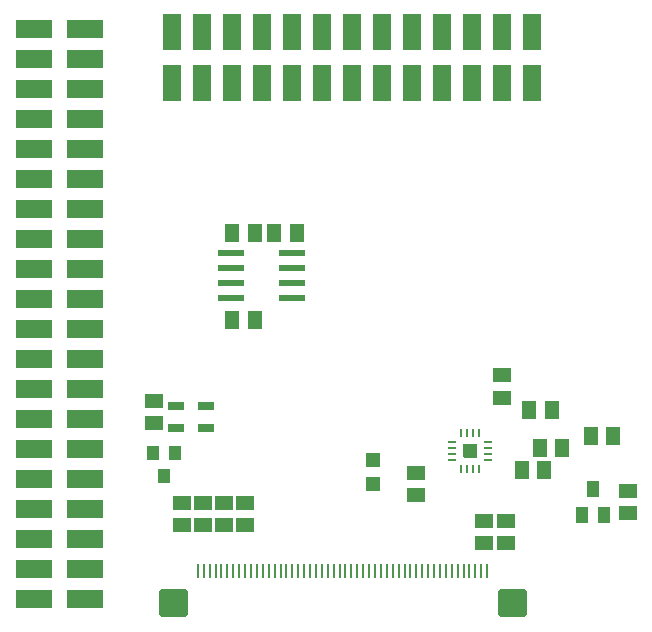
<source format=gbr>
G04 EAGLE Gerber RS-274X export*
G75*
%MOMM*%
%FSLAX34Y34*%
%LPD*%
%INSolderpaste Top*%
%IPPOS*%
%AMOC8*
5,1,8,0,0,1.08239X$1,22.5*%
G01*
%ADD10R,1.500000X1.300000*%
%ADD11R,1.300000X1.500000*%
%ADD12R,1.000000X1.400000*%
%ADD13R,0.800000X0.280000*%
%ADD14R,0.280000X0.800000*%
%ADD15R,1.524000X3.048000*%
%ADD16R,3.048000X1.524000*%
%ADD17R,2.200000X0.600000*%
%ADD18R,1.300000X1.200000*%
%ADD19R,1.350000X0.800000*%
%ADD20R,1.000000X1.200000*%
%ADD21R,0.275000X1.200000*%
%ADD22C,0.600000*%

G36*
X395035Y407047D02*
X395035Y407047D01*
X395101Y407049D01*
X395144Y407067D01*
X395191Y407075D01*
X395248Y407109D01*
X395308Y407134D01*
X395343Y407165D01*
X395384Y407190D01*
X395426Y407241D01*
X395474Y407285D01*
X395496Y407327D01*
X395525Y407364D01*
X395546Y407426D01*
X395577Y407485D01*
X395585Y407539D01*
X395597Y407576D01*
X395596Y407616D01*
X395604Y407670D01*
X395604Y417830D01*
X395593Y417895D01*
X395591Y417961D01*
X395573Y418004D01*
X395565Y418051D01*
X395531Y418108D01*
X395506Y418168D01*
X395475Y418203D01*
X395450Y418244D01*
X395399Y418286D01*
X395355Y418334D01*
X395313Y418356D01*
X395276Y418385D01*
X395214Y418406D01*
X395155Y418437D01*
X395101Y418445D01*
X395064Y418457D01*
X395024Y418456D01*
X394970Y418464D01*
X384810Y418464D01*
X384745Y418453D01*
X384679Y418451D01*
X384636Y418433D01*
X384589Y418425D01*
X384532Y418391D01*
X384472Y418366D01*
X384437Y418335D01*
X384396Y418310D01*
X384355Y418259D01*
X384306Y418215D01*
X384284Y418173D01*
X384255Y418136D01*
X384234Y418074D01*
X384203Y418015D01*
X384195Y417961D01*
X384183Y417924D01*
X384183Y417913D01*
X384183Y417912D01*
X384184Y417882D01*
X384176Y417830D01*
X384176Y407670D01*
X384187Y407605D01*
X384189Y407539D01*
X384207Y407496D01*
X384215Y407449D01*
X384249Y407392D01*
X384274Y407332D01*
X384305Y407297D01*
X384330Y407256D01*
X384381Y407215D01*
X384425Y407166D01*
X384467Y407144D01*
X384504Y407115D01*
X384566Y407094D01*
X384625Y407063D01*
X384679Y407055D01*
X384716Y407043D01*
X384756Y407044D01*
X384810Y407036D01*
X394970Y407036D01*
X395035Y407047D01*
G37*
D10*
X416560Y457860D03*
X416560Y476860D03*
D11*
X492150Y425450D03*
X511150Y425450D03*
D12*
X494030Y380570D03*
X503530Y358570D03*
X484530Y358570D03*
D10*
X523240Y360070D03*
X523240Y379070D03*
D13*
X404890Y405250D03*
X404890Y410250D03*
X404890Y415250D03*
X404890Y420250D03*
D14*
X397390Y427750D03*
X392390Y427750D03*
X387390Y427750D03*
X382390Y427750D03*
D13*
X374890Y420250D03*
X374890Y415250D03*
X374890Y410250D03*
X374890Y405250D03*
D14*
X382390Y397750D03*
X387390Y397750D03*
X392390Y397750D03*
X397390Y397750D03*
D11*
X440080Y447040D03*
X459080Y447040D03*
D15*
X137160Y767080D03*
X137160Y723900D03*
X162560Y767080D03*
X162560Y723900D03*
X187960Y723900D03*
X187960Y767080D03*
X213360Y723900D03*
X213360Y767080D03*
X238760Y723900D03*
X238760Y767080D03*
X264160Y723900D03*
X264160Y767080D03*
X289560Y723900D03*
X289560Y767080D03*
X314960Y723900D03*
X314960Y767080D03*
X340360Y723900D03*
X340360Y767080D03*
X365760Y723900D03*
X365760Y767080D03*
X391160Y723900D03*
X391160Y767080D03*
X416560Y723900D03*
X416560Y767080D03*
X441960Y723900D03*
X441960Y767080D03*
D11*
X452730Y396240D03*
X433730Y396240D03*
X467970Y415290D03*
X448970Y415290D03*
D16*
X63500Y769620D03*
X20320Y769620D03*
X63500Y744220D03*
X20320Y744220D03*
X20320Y718820D03*
X63500Y718820D03*
X20320Y693420D03*
X63500Y693420D03*
X20320Y668020D03*
X63500Y668020D03*
X20320Y642620D03*
X63500Y642620D03*
X20320Y617220D03*
X63500Y617220D03*
X20320Y591820D03*
X63500Y591820D03*
X20320Y566420D03*
X63500Y566420D03*
X20320Y541020D03*
X63500Y541020D03*
X20320Y515620D03*
X63500Y515620D03*
X20320Y490220D03*
X63500Y490220D03*
X20320Y464820D03*
X63500Y464820D03*
X20320Y439420D03*
X63500Y439420D03*
X20320Y414020D03*
X63500Y414020D03*
X20320Y388620D03*
X63500Y388620D03*
X20320Y363220D03*
X63500Y363220D03*
X20320Y337820D03*
X63500Y337820D03*
X20320Y312420D03*
X63500Y312420D03*
X20320Y287020D03*
X63500Y287020D03*
D17*
X239360Y554990D03*
X187360Y554990D03*
X239360Y542290D03*
X239360Y567690D03*
X239360Y580390D03*
X187360Y542290D03*
X187360Y567690D03*
X187360Y580390D03*
D11*
X188620Y596900D03*
X207620Y596900D03*
X224180Y596900D03*
X243180Y596900D03*
X207620Y523240D03*
X188620Y523240D03*
D10*
X163830Y368910D03*
X163830Y349910D03*
X181610Y368910D03*
X181610Y349910D03*
X199390Y368910D03*
X199390Y349910D03*
X401320Y353670D03*
X401320Y334670D03*
X121920Y436270D03*
X121920Y455270D03*
X344170Y394310D03*
X344170Y375310D03*
D18*
X307340Y405130D03*
X307340Y384810D03*
D19*
X166370Y431800D03*
X140970Y431800D03*
X166370Y450850D03*
X140970Y450850D03*
D20*
X130810Y391320D03*
X121310Y411320D03*
X140310Y411320D03*
D21*
X159440Y311230D03*
X164440Y311230D03*
X169440Y311230D03*
X174440Y311230D03*
X179440Y311230D03*
X184440Y311230D03*
X189440Y311230D03*
X194440Y311230D03*
X199440Y311230D03*
X204440Y311230D03*
X209440Y311230D03*
X214440Y311230D03*
X219440Y311230D03*
X224440Y311230D03*
X229440Y311230D03*
X234440Y311230D03*
X239440Y311230D03*
X244440Y311230D03*
X249440Y311230D03*
X254440Y311230D03*
X259440Y311230D03*
X264440Y311230D03*
X269440Y311230D03*
X274440Y311230D03*
X279440Y311230D03*
X284440Y311230D03*
X289440Y311230D03*
X294440Y311230D03*
X299440Y311230D03*
X304440Y311230D03*
X309440Y311230D03*
X314440Y311230D03*
X319440Y311230D03*
X324440Y311230D03*
X329440Y311230D03*
X334440Y311230D03*
X339440Y311230D03*
X344440Y311230D03*
X349440Y311230D03*
X354440Y311230D03*
X359440Y311230D03*
X364440Y311230D03*
X369440Y311230D03*
X374440Y311230D03*
X379440Y311230D03*
X384440Y311230D03*
X389440Y311230D03*
X394440Y311230D03*
X399440Y311230D03*
X404440Y311230D03*
D22*
X147440Y275230D02*
X129440Y275230D01*
X129440Y293230D01*
X147440Y293230D01*
X147440Y275230D01*
X147440Y280930D02*
X129440Y280930D01*
X129440Y286630D02*
X147440Y286630D01*
X147440Y292330D02*
X129440Y292330D01*
X416440Y275230D02*
X434440Y275230D01*
X416440Y275230D02*
X416440Y293230D01*
X434440Y293230D01*
X434440Y275230D01*
X434440Y280930D02*
X416440Y280930D01*
X416440Y286630D02*
X434440Y286630D01*
X434440Y292330D02*
X416440Y292330D01*
D10*
X146050Y368910D03*
X146050Y349910D03*
X420370Y353670D03*
X420370Y334670D03*
M02*

</source>
